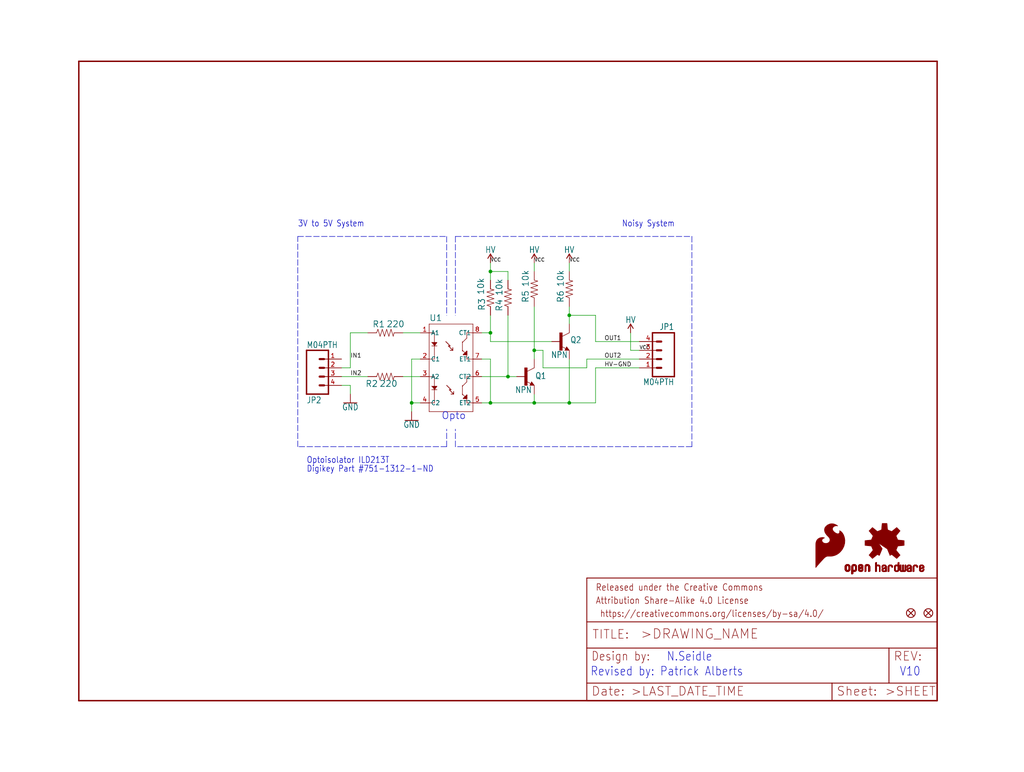
<source format=kicad_sch>
(kicad_sch (version 20211123) (generator eeschema)
  (paper "User" 297.002 223.926)
  (lib_symbols
    (symbol "eagleSchem-eagle-import:10KOHM-0603-1{slash}10W-1%"
      (property "Reference" "R" (at 0 1.524 0))
      (property "Value" "10KOHM-0603-1{slash}10W-1%" (at 0 -1.524 0))
      (symbol "10KOHM-0603-1{slash}10W-1%_1_0"
        (pin passive line (at -5.08 0 0) (length 2.54) (name "1") (number "1"))
        (pin passive line (at 5.08 0 180) (length 2.54) (name "2") (number "2"))
      )
    )
    (symbol "eagleSchem-eagle-import:220OHM-0603-1{slash}10W-1%"
      (property "Reference" "R" (at 0 1.524 0))
      (property "Value" "220OHM-0603-1{slash}10W-1%" (at 0 -1.524 0))
      (symbol "220OHM-0603-1{slash}10W-1%_1_0"
        (pin passive line (at -5.08 0 0) (length 2.54) (name "1") (number "1"))
        (pin passive line (at 5.08 0 180) (length 2.54) (name "2") (number "2"))
      )
    )
    (symbol "eagleSchem-eagle-import:FIDUCIALUFIDUCIAL")
    (symbol "eagleSchem-eagle-import:FRAME-LETTER"
      (symbol "FRAME-LETTER_2_0"
        (text " https://creativecommons.org/licenses/by-sa/4.0/" (at 2.54 24.13 0) (effects (font (size 1.9304 1.6408)) (justify left bottom)))
        (text ">DRAWING_NAME" (at 15.494 17.78 0) (effects (font (size 2.7432 2.7432)) (justify left bottom)))
        (text ">LAST_DATE_TIME" (at 12.7 1.27 0) (effects (font (size 2.54 2.54)) (justify left bottom)))
        (text ">SHEET" (at 86.36 1.27 0) (effects (font (size 2.54 2.54)) (justify left bottom)))
        (text "Attribution Share-Alike 4.0 License" (at 2.54 27.94 0) (effects (font (size 1.9304 1.6408)) (justify left bottom)))
        (text "Date:" (at 1.27 1.27 0) (effects (font (size 2.54 2.54)) (justify left bottom)))
        (text "Design by:" (at 1.27 11.43 0) (effects (font (size 2.54 2.159)) (justify left bottom)))
        (text "Released under the Creative Commons" (at 2.54 31.75 0) (effects (font (size 1.9304 1.6408)) (justify left bottom)))
        (text "REV:" (at 88.9 11.43 0) (effects (font (size 2.54 2.54)) (justify left bottom)))
        (text "Sheet:" (at 72.39 1.27 0) (effects (font (size 2.54 2.54)) (justify left bottom)))
        (text "TITLE:" (at 1.524 17.78 0) (effects (font (size 2.54 2.54)) (justify left bottom)))
      )
    )
    (symbol "eagleSchem-eagle-import:GND" (power)
      (property "Value" "GND" (at 0 -0.254 0))
      (symbol "GND_1_0"
        (pin power_in line (at 0 2.54 270) (length 2.54) (name "GND") (number "1"))
      )
    )
    (symbol "eagleSchem-eagle-import:ILD213T-IDL213T"
      (property "Reference" "U" (at -5.08 13.208 0))
      (property "Value" "ILD213T-IDL213T" (at -5.08 -13.208 0))
      (symbol "ILD213T-IDL213T_1_0"
        (pin bidirectional line (at -7.62 10.16 0) (length 2.54) (name "A1") (number "1"))
        (pin bidirectional line (at -7.62 2.54 0) (length 2.54) (name "C1") (number "2"))
        (pin bidirectional line (at -7.62 -2.54 0) (length 2.54) (name "A2") (number "3"))
        (pin bidirectional line (at -7.62 -10.16 0) (length 2.54) (name "C2") (number "4"))
        (pin bidirectional line (at 10.16 -10.16 180) (length 2.54) (name "ET2") (number "5"))
        (pin bidirectional line (at 10.16 -2.54 180) (length 2.54) (name "CT2") (number "6"))
        (pin bidirectional line (at 10.16 2.54 180) (length 2.54) (name "ET1") (number "7"))
        (pin bidirectional line (at 10.16 10.16 180) (length 2.54) (name "CT1") (number "8"))
      )
    )
    (symbol "eagleSchem-eagle-import:M04PTH"
      (property "Reference" "JP" (at -5.08 8.382 0))
      (property "Value" "M04PTH" (at -5.08 -7.62 0))
      (symbol "M04PTH_1_0"
        (pin passive line (at 5.08 -2.54 180) (length 5.08) (name "1") (number "1"))
        (pin passive line (at 5.08 0 180) (length 5.08) (name "2") (number "2"))
        (pin passive line (at 5.08 2.54 180) (length 5.08) (name "3") (number "3"))
        (pin passive line (at 5.08 5.08 180) (length 5.08) (name "4") (number "4"))
      )
    )
    (symbol "eagleSchem-eagle-import:OSHW-LOGOS")
    (symbol "eagleSchem-eagle-import:SFE_LOGO_FLAME.1_INCH")
    (symbol "eagleSchem-eagle-import:TRANSISTOR_NPNMMBT2222A"
      (property "Reference" "Q" (at 5.08 0 0))
      (property "Value" "TRANSISTOR_NPNMMBT2222A" (at 5.08 -2.54 0))
      (symbol "TRANSISTOR_NPNMMBT2222A_1_0"
        (pin passive line (at -2.54 0 0) (length 2.54) (name "B") (number "1"))
        (pin passive line (at 2.54 -5.08 90) (length 2.54) (name "E") (number "2"))
        (pin passive line (at 2.54 5.08 270) (length 2.54) (name "C") (number "3"))
      )
    )
    (symbol "eagleSchem-eagle-import:VCC" (power)
      (property "Value" "VCC" (at 0 2.794 0))
      (symbol "VCC_1_0"
        (pin power_in line (at 0 0 90) (length 2.54) (name "VCC") (number "1"))
      )
    )
  )
  (junction (at 119.38 116.84))
  (junction (at 142.24 116.84))
  (junction (at 147.32 109.22))
  (junction (at 165.1 116.84))
  (junction (at 154.94 116.84))
  (junction (at 165.1 91.44))
  (junction (at 142.24 78.74))
  (junction (at 154.94 101.6))
  (junction (at 142.24 96.52))
  (wire (pts (xy 165.1 76.2) (xy 165.1 78.74)))
  (wire (pts (xy 116.84 109.22) (xy 121.92 109.22)))
  (wire (pts (xy 147.32 91.44) (xy 147.32 109.22)))
  (wire (pts (xy 139.7 96.52) (xy 142.24 96.52)))
  (polyline (pts (xy 129.54 68.58) (xy 129.54 91.44)))
  (wire (pts (xy 142.24 96.52) (xy 142.24 99.06)))
  (wire (pts (xy 157.48 106.68) (xy 170.18 106.68)))
  (wire (pts (xy 139.7 104.14) (xy 142.24 104.14)))
  (polyline (pts (xy 200.66 129.54) (xy 132.08 129.54)))
  (wire (pts (xy 154.94 114.3) (xy 154.94 116.84)))
  (polyline (pts (xy 86.36 68.58) (xy 129.54 68.58)))
  (wire (pts (xy 142.24 78.74) (xy 142.24 81.28)))
  (wire (pts (xy 101.6 96.52) (xy 101.6 106.68)))
  (wire (pts (xy 165.1 88.9) (xy 165.1 91.44)))
  (wire (pts (xy 119.38 104.14) (xy 119.38 116.84)))
  (wire (pts (xy 154.94 101.6) (xy 157.48 101.6)))
  (wire (pts (xy 172.72 116.84) (xy 172.72 106.68)))
  (polyline (pts (xy 129.54 129.54) (xy 86.36 129.54)))
  (wire (pts (xy 165.1 91.44) (xy 172.72 91.44)))
  (wire (pts (xy 139.7 109.22) (xy 147.32 109.22)))
  (wire (pts (xy 142.24 91.44) (xy 142.24 96.52)))
  (wire (pts (xy 170.18 106.68) (xy 170.18 104.14)))
  (polyline (pts (xy 200.66 68.58) (xy 200.66 129.54)))
  (wire (pts (xy 147.32 78.74) (xy 142.24 78.74)))
  (wire (pts (xy 182.88 101.6) (xy 182.88 96.52)))
  (wire (pts (xy 172.72 91.44) (xy 172.72 99.06)))
  (wire (pts (xy 106.68 96.52) (xy 101.6 96.52)))
  (wire (pts (xy 101.6 111.76) (xy 99.06 111.76)))
  (polyline (pts (xy 129.54 129.54) (xy 129.54 124.46)))
  (wire (pts (xy 165.1 104.14) (xy 165.1 116.84)))
  (wire (pts (xy 101.6 114.3) (xy 101.6 111.76)))
  (wire (pts (xy 165.1 91.44) (xy 165.1 93.98)))
  (polyline (pts (xy 86.36 129.54) (xy 86.36 68.58)))
  (wire (pts (xy 121.92 116.84) (xy 119.38 116.84)))
  (wire (pts (xy 147.32 109.22) (xy 149.86 109.22)))
  (wire (pts (xy 139.7 116.84) (xy 142.24 116.84)))
  (wire (pts (xy 172.72 99.06) (xy 185.42 99.06)))
  (polyline (pts (xy 132.08 68.58) (xy 200.66 68.58)))
  (wire (pts (xy 99.06 109.22) (xy 106.68 109.22)))
  (wire (pts (xy 142.24 116.84) (xy 154.94 116.84)))
  (wire (pts (xy 142.24 99.06) (xy 160.02 99.06)))
  (polyline (pts (xy 132.08 68.58) (xy 132.08 91.44)))
  (wire (pts (xy 154.94 88.9) (xy 154.94 101.6)))
  (wire (pts (xy 142.24 76.2) (xy 142.24 78.74)))
  (wire (pts (xy 157.48 101.6) (xy 157.48 106.68)))
  (wire (pts (xy 165.1 116.84) (xy 172.72 116.84)))
  (wire (pts (xy 154.94 116.84) (xy 165.1 116.84)))
  (wire (pts (xy 101.6 106.68) (xy 99.06 106.68)))
  (wire (pts (xy 119.38 116.84) (xy 119.38 119.38)))
  (wire (pts (xy 170.18 104.14) (xy 185.42 104.14)))
  (wire (pts (xy 154.94 104.14) (xy 154.94 101.6)))
  (wire (pts (xy 142.24 104.14) (xy 142.24 116.84)))
  (wire (pts (xy 185.42 101.6) (xy 182.88 101.6)))
  (wire (pts (xy 121.92 104.14) (xy 119.38 104.14)))
  (wire (pts (xy 147.32 81.28) (xy 147.32 78.74)))
  (wire (pts (xy 116.84 96.52) (xy 121.92 96.52)))
  (wire (pts (xy 154.94 76.2) (xy 154.94 78.74)))
  (polyline (pts (xy 132.08 129.54) (xy 132.08 124.46)))
  (wire (pts (xy 172.72 106.68) (xy 185.42 106.68)))
  (text "Opto" (at 128.016 121.92 180) (effects (font (size 2.032 2.032)) (justify left bottom)))
  (text "Digikey Part #751-1312-1-ND" (at 88.9 137.16 180) (effects (font (size 1.778 1.5113)) (justify left bottom)))
  (text "Optoisolator ILD213T" (at 88.9 134.62 180) (effects (font (size 1.778 1.5113)) (justify left bottom)))
  (text "V10" (at 260.858 196.342 180) (effects (font (size 2.54 2.159)) (justify left bottom)))
  (text "N.Seidle" (at 193.294 192.024 180) (effects (font (size 2.54 2.159)) (justify left bottom)))
  (text "3V to 5V System" (at 86.36 66.04 180) (effects (font (size 1.778 1.5113)) (justify left bottom)))
  (text "Revised by: Patrick Alberts" (at 171.196 196.342 180) (effects (font (size 2.54 2.159)) (justify left bottom)))
  (text "Noisy System" (at 180.34 66.04 180) (effects (font (size 1.778 1.5113)) (justify left bottom)))
  (label "IN2" (at 101.6 109.22 0) (effects (font (size 1.2446 1.2446))))
  (label "VCC" (at 185.42 101.6 0) (effects (font (size 1.016 1.016))))
  (label "OUT1" (at 175.26 99.06 0) (effects (font (size 1.2446 1.2446))))
  (label "OUT2" (at 175.26 104.14 0) (effects (font (size 1.2446 1.2446))))
  (label "HV-GND" (at 175.26 106.68 0) (effects (font (size 1.2446 1.2446))))
  (label "VCC" (at 165.1 76.2 0) (effects (font (size 1.016 1.016))))
  (label "IN1" (at 101.6 104.14 0) (effects (font (size 1.2446 1.2446))))
  (label "VCC" (at 142.24 76.2 0) (effects (font (size 1.016 1.016))))
  (label "VCC" (at 154.94 76.2 0) (effects (font (size 1.016 1.016))))
  (symbol (lib_id "eagleSchem-eagle-import:M04PTH") (at 93.98 106.68 0) (mirror x) (unit 1)
    (property "Reference" "JP2" (at 88.9 115.062 0) (effects (font (size 1.778 1.5113)) (justify left bottom)))
    (property "Value" "M04PTH" (at 88.9 99.06 0) (effects (font (size 1.778 1.5113)) (justify left bottom)))
    (property "Footprint" "eagleSchem:1X04" (effects hide))
  )
  (symbol (lib_id "eagleSchem-eagle-import:10KOHM-0603-1{slash}10W-1%") (at 147.32 86.36 90) (unit 1)
    (property "Reference" "R4" (at 145.796 90.424 0) (effects (font (size 1.778 1.778)) (justify left bottom)))
    (property "Value" "10k" (at 145.796 85.852 0) (effects (font (size 1.778 1.778)) (justify left bottom)))
    (property "Footprint" "eagleSchem:0603" (effects hide))
  )
  (symbol (lib_id "eagleSchem-eagle-import:FRAME-LETTER") (at 170.18 203.2 0) (unit 2)
    (property "Reference" "FRAME1" (effects hide))
    (property "Value" "FRAME-LETTER" (effects hide))
    (property "Footprint" "eagleSchem:CREATIVE_COMMONS" (effects hide))
  )
  (symbol (lib_id "eagleSchem-eagle-import:FIDUCIALUFIDUCIAL") (at 264.16 177.8 0) (unit 1)
    (property "Reference" "U$3" (effects hide))
    (property "Value" "FIDUCIALUFIDUCIAL" (effects hide))
    (property "Footprint" "eagleSchem:MICRO-FIDUCIAL" (effects hide))
  )
  (symbol (lib_id "eagleSchem-eagle-import:10KOHM-0603-1{slash}10W-1%") (at 165.1 83.82 90) (unit 1)
    (property "Reference" "R6" (at 163.576 87.884 0) (effects (font (size 1.778 1.778)) (justify left bottom)))
    (property "Value" "10k" (at 163.576 83.312 0) (effects (font (size 1.778 1.778)) (justify left bottom)))
    (property "Footprint" "eagleSchem:0603" (effects hide))
  )
  (symbol (lib_id "eagleSchem-eagle-import:220OHM-0603-1{slash}10W-1%") (at 111.76 109.22 0) (unit 1)
    (property "Reference" "R2" (at 105.918 112.2934 0) (effects (font (size 1.778 1.778)) (justify left bottom)))
    (property "Value" "220" (at 109.982 112.268 0) (effects (font (size 1.778 1.778)) (justify left bottom)))
    (property "Footprint" "eagleSchem:0603" (effects hide))
  )
  (symbol (lib_id "eagleSchem-eagle-import:VCC") (at 154.94 76.2 0) (unit 1)
    (property "Reference" "#P+3" (effects hide))
    (property "Value" "HV" (at 154.94 73.406 0) (effects (font (size 1.778 1.5113)) (justify bottom)))
    (property "Footprint" "eagleSchem:" (effects hide))
  )
  (symbol (lib_id "eagleSchem-eagle-import:VCC") (at 142.24 76.2 0) (unit 1)
    (property "Reference" "#P+1" (effects hide))
    (property "Value" "HV" (at 142.24 73.406 0) (effects (font (size 1.778 1.5113)) (justify bottom)))
    (property "Footprint" "eagleSchem:" (effects hide))
  )
  (symbol (lib_id "eagleSchem-eagle-import:VCC") (at 182.88 96.52 0) (unit 1)
    (property "Reference" "#P+2" (effects hide))
    (property "Value" "HV" (at 182.88 93.726 0) (effects (font (size 1.778 1.5113)) (justify bottom)))
    (property "Footprint" "eagleSchem:" (effects hide))
  )
  (symbol (lib_id "eagleSchem-eagle-import:TRANSISTOR_NPNMMBT2222A") (at 152.4 109.22 0) (unit 1)
    (property "Reference" "Q1" (at 155.194 109.982 0) (effects (font (size 1.778 1.5113)) (justify left bottom)))
    (property "Value" "NPN" (at 149.352 114.046 0) (effects (font (size 1.778 1.5113)) (justify left bottom)))
    (property "Footprint" "eagleSchem:SOT23-3" (effects hide))
  )
  (symbol (lib_id "eagleSchem-eagle-import:M04PTH") (at 190.5 104.14 0) (mirror y) (unit 1)
    (property "Reference" "JP1" (at 195.58 95.758 0) (effects (font (size 1.778 1.5113)) (justify left bottom)))
    (property "Value" "M04PTH" (at 195.58 111.76 0) (effects (font (size 1.778 1.5113)) (justify left bottom)))
    (property "Footprint" "eagleSchem:1X04" (effects hide))
  )
  (symbol (lib_id "eagleSchem-eagle-import:FRAME-LETTER") (at 22.86 203.2 0) (unit 1)
    (property "Reference" "FRAME1" (effects hide))
    (property "Value" "FRAME-LETTER" (effects hide))
    (property "Footprint" "eagleSchem:CREATIVE_COMMONS" (effects hide))
  )
  (symbol (lib_id "eagleSchem-eagle-import:GND") (at 119.38 121.92 0) (unit 1)
    (property "Reference" "#GND1" (effects hide))
    (property "Value" "GND" (at 119.38 122.174 0) (effects (font (size 1.778 1.5113)) (justify top)))
    (property "Footprint" "eagleSchem:" (effects hide))
  )
  (symbol (lib_id "eagleSchem-eagle-import:OSHW-LOGOS") (at 256.54 157.48 0) (unit 1)
    (property "Reference" "LOGO1" (effects hide))
    (property "Value" "OSHW-LOGOS" (effects hide))
    (property "Footprint" "eagleSchem:OSHW-LOGO-S" (effects hide))
  )
  (symbol (lib_id "eagleSchem-eagle-import:GND") (at 101.6 116.84 0) (unit 1)
    (property "Reference" "#GND4" (effects hide))
    (property "Value" "GND" (at 101.6 117.094 0) (effects (font (size 1.778 1.5113)) (justify top)))
    (property "Footprint" "eagleSchem:" (effects hide))
  )
  (symbol (lib_id "eagleSchem-eagle-import:TRANSISTOR_NPNMMBT2222A") (at 162.56 99.06 0) (unit 1)
    (property "Reference" "Q2" (at 165.354 99.568 0) (effects (font (size 1.778 1.5113)) (justify left bottom)))
    (property "Value" "NPN" (at 159.766 103.886 0) (effects (font (size 1.778 1.5113)) (justify left bottom)))
    (property "Footprint" "eagleSchem:SOT23-3" (effects hide))
  )
  (symbol (lib_id "eagleSchem-eagle-import:ILD213T-IDL213T") (at 129.54 106.68 0) (unit 1)
    (property "Reference" "U1" (at 124.46 93.218 0) (effects (font (size 1.778 1.778)) (justify left bottom)))
    (property "Value" "ILD213T-IDL213T" (effects hide))
    (property "Footprint" "eagleSchem:SO08" (effects hide))
  )
  (symbol (lib_id "eagleSchem-eagle-import:220OHM-0603-1{slash}10W-1%") (at 111.76 96.52 0) (unit 1)
    (property "Reference" "R1" (at 107.95 95.0214 0) (effects (font (size 1.778 1.778)) (justify left bottom)))
    (property "Value" "220" (at 112.014 94.996 0) (effects (font (size 1.778 1.778)) (justify left bottom)))
    (property "Footprint" "eagleSchem:0603" (effects hide))
  )
  (symbol (lib_id "eagleSchem-eagle-import:SFE_LOGO_FLAME.1_INCH") (at 236.22 165.1 0) (unit 1)
    (property "Reference" "LOGO2" (effects hide))
    (property "Value" "SFE_LOGO_FLAME.1_INCH" (effects hide))
    (property "Footprint" "eagleSchem:SFE_LOGO_FLAME_.1" (effects hide))
  )
  (symbol (lib_id "eagleSchem-eagle-import:10KOHM-0603-1{slash}10W-1%") (at 142.24 86.36 90) (unit 1)
    (property "Reference" "R3" (at 140.7414 90.17 0) (effects (font (size 1.778 1.778)) (justify left bottom)))
    (property "Value" "10k" (at 140.462 85.598 0) (effects (font (size 1.778 1.778)) (justify left bottom)))
    (property "Footprint" "eagleSchem:0603" (effects hide))
  )
  (symbol (lib_id "eagleSchem-eagle-import:10KOHM-0603-1{slash}10W-1%") (at 154.94 83.82 90) (unit 1)
    (property "Reference" "R5" (at 153.416 87.884 0) (effects (font (size 1.778 1.778)) (justify left bottom)))
    (property "Value" "10k" (at 153.416 83.312 0) (effects (font (size 1.778 1.778)) (justify left bottom)))
    (property "Footprint" "eagleSchem:0603" (effects hide))
  )
  (symbol (lib_id "eagleSchem-eagle-import:VCC") (at 165.1 76.2 0) (unit 1)
    (property "Reference" "#P+4" (effects hide))
    (property "Value" "HV" (at 165.1 73.406 0) (effects (font (size 1.778 1.5113)) (justify bottom)))
    (property "Footprint" "eagleSchem:" (effects hide))
  )
  (symbol (lib_id "eagleSchem-eagle-import:FIDUCIALUFIDUCIAL") (at 269.24 177.8 0) (unit 1)
    (property "Reference" "U$2" (effects hide))
    (property "Value" "FIDUCIALUFIDUCIAL" (effects hide))
    (property "Footprint" "eagleSchem:MICRO-FIDUCIAL" (effects hide))
  )
)
</source>
